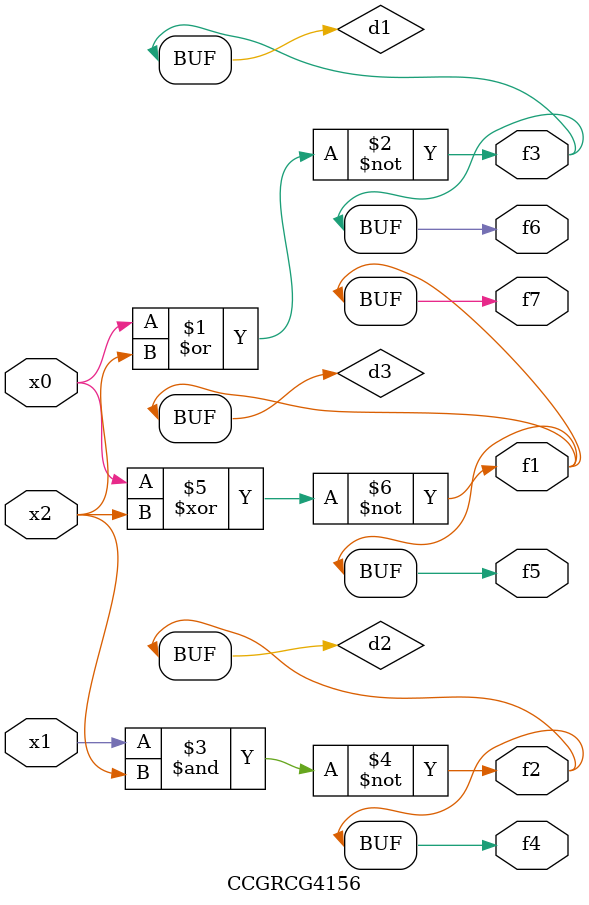
<source format=v>
module CCGRCG4156(
	input x0, x1, x2,
	output f1, f2, f3, f4, f5, f6, f7
);

	wire d1, d2, d3;

	nor (d1, x0, x2);
	nand (d2, x1, x2);
	xnor (d3, x0, x2);
	assign f1 = d3;
	assign f2 = d2;
	assign f3 = d1;
	assign f4 = d2;
	assign f5 = d3;
	assign f6 = d1;
	assign f7 = d3;
endmodule

</source>
